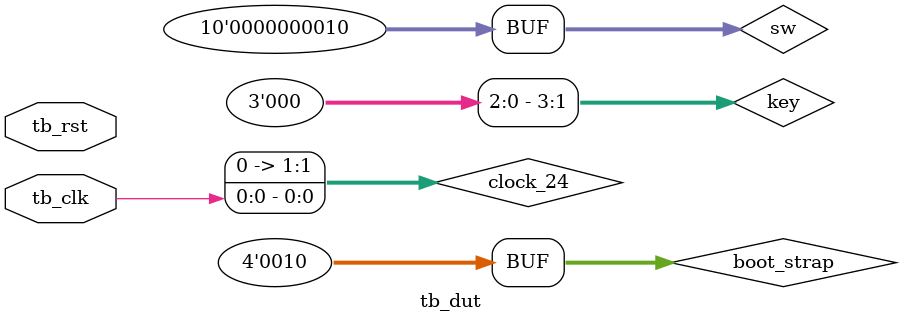
<source format=v>


`include "timescale.v"


module tb_dut(
                input tb_clk,
                input tb_rst
              );
              
  wire [3:0]	boot_strap = 4'b0010;  					
  
  
  // --------------------------------------------------------------------
  // de1 wires 
  wire  [1:0]   clock_24;
  wire  [1:0]   clock_27;
  wire          clock_50;
  wire          ext_clock;
  wire  [3:0]   key;
  wire  [9:0]   sw;
  wire  [6:0]   hex0;
  wire  [6:0]   hex1;
  wire  [6:0]   hex2;
  wire  [6:0]   hex3;
  wire  [7:0]   ledg;
  wire  [9:0]   ledr;
  wire          uart_txd;
  wire          uart_rxd;
  wire  [15:0]  dram_dq;
  wire  [11:0]  dram_addr;
  wire          dram_ldqm;
  wire          dram_udqm;
  wire          dram_we_n;
  wire          dram_cas_n;
  wire          dram_ras_n;
  wire          dram_cs_n;
  wire          dram_ba_0;
  wire          dram_ba_1;
  wire          dram_clk;
  wire          dram_cke;
  wire  [7:0]   fl_dq;
  wire  [21:0]  fl_addr;
  wire          fl_we_n;
  wire          fl_rst_n;
  wire          fl_oe_n;
  wire          fl_ce_n;
  wire  [15:0]  sram_dq;
  wire  [17:0]  sram_addr;
  wire          sram_ub_n;
  wire          sram_lb_n;
  wire          sram_we_n;
  wire          sram_ce_n;
  wire          sram_oe_n;
  wire          sd_dat;
  wire          sd_dat3;
  wire          sd_cmd;
  wire          sd_clk;
  wire          i2c_sdat;
  wire          i2c_sclk;
  wire          ps2_dat;
  wire          ps2_clk;
  wire          tdi;
  wire          tck;
  wire          tcs;
  wire          tdo;
  wire          vga_hs;
  wire          vga_vs;
  wire  [3:0]   vga_r;
  wire  [3:0]   vga_g;
  wire  [3:0]   vga_b;
  wire          aud_adclrck;
  wire          aud_adcdat;
  wire          aud_daclrck;
  wire          aud_dacdat;
  wire          aud_bclk;
  wire          aud_xck;
  wire  [35:0]  gpio_0;
  wire  [35:0]  gpio_1;  
  
  
  // --------------------------------------------------------------------
  // fpga top 
  assign clock_24 = {1'b0, tb_clk};
  assign sw       = {6'b000000, boot_strap};
  assign key      = {3'b000, ~tb_rst};
  					
top
  i_top(
    ////////////////////////  Clock Input     ////////////////////////
    .clock_24( clock_24 ),               //  24 MHz
    .clock_27(clock_27),               //  27 MHz
    .clock_50(clock_50),               //  50 MHz
    .ext_clock(ext_clock),              //  External Clock
    ////////////////////////  Push Button     ////////////////////////
    .key( key ),                    //  Pushbutton[3:0]
    ////////////////////////  DPDT Switch     ////////////////////////
    .sw( sw ),                     //  Toggle Switch[9:0]
    ////////////////////////  7-SEG Dispaly   ////////////////////////
    .hex0(hex0),                   //  Seven Segment Digit 0
    .hex1(hex1),                   //  Seven Segment Digit 1
    .hex2(hex2),                   //  Seven Segment Digit 2
    .hex3(hex3),                   //  Seven Segment Digit 3
    ////////////////////////////  LED     ////////////////////////////
    .ledg(ledg),                   //  LED Green[7:0]
    .ledr(ledr),                   //  LED Red[9:0]
    ////////////////////////////  UART    ////////////////////////////
    .uart_txd(uart_txd),               //  UART Transmitter
    .uart_rxd(uart_rxd),               //  UART Receiver
    ///////////////////////       SDRAM Interface ////////////////////////
    .dram_dq(dram_dq),                //  SDRAM Data bus 16 Bits
    .dram_addr(dram_addr),              //  SDRAM Address bus 12 Bits
    .dram_ldqm(dram_ldqm),              //  SDRAM Low-byte Data Mask 
    .dram_udqm(dram_udqm),              //  SDRAM High-byte Data Mask
    .dram_we_n(dram_we_n),              //  SDRAM Write Enable
    .dram_cas_n(dram_cas_n),             //  SDRAM Column Address Strobe
    .dram_ras_n(dram_ras_n),             //  SDRAM Row Address Strobe
    .dram_cs_n(dram_cs_n),              //  SDRAM Chip Select
    .dram_ba_0(dram_ba_0),              //  SDRAM Bank Address 0
    .dram_ba_1(dram_ba_1),              //  SDRAM Bank Address 0
    .dram_clk(dram_clk),               //  SDRAM Clock
    .dram_cke(dram_cke),               //  SDRAM Clock Enable
    ////////////////////////  Flash Interface ////////////////////////
    .fl_dq(fl_dq),                  //  FLASH Data bus 8 Bits
    .fl_addr(fl_addr),                //  FLASH Address bus 22 Bits
    .fl_we_n(fl_we_n),                //  FLASH Write Enable
    .fl_rst_n(fl_rst_n),               //  FLASH Reset
    .fl_oe_n(fl_oe_n),                //  FLASH Output Enable
    .fl_ce_n(fl_ce_n),                //  FLASH Chip Enable
    ////////////////////////  SRAM Interface  ////////////////////////
    .sram_dq(sram_dq),                //  SRAM Data bus 16 Bits
    .sram_addr(sram_addr),              //  SRAM Address bus 18 Bits
    .sram_ub_n(sram_ub_n),              //  SRAM High-byte Data Mask 
    .sram_lb_n(sram_lb_n),              //  SRAM Low-byte Data Mask 
    .sram_we_n(sram_we_n),              //  SRAM Write Enable
    .sram_ce_n(sram_ce_n),              //  SRAM Chip Enable
    .sram_oe_n(sram_oe_n),              //  SRAM Output Enable
    ////////////////////  SD Card Interface   ////////////////////////
    .sd_dat(sd_dat),                 //  SD Card Data
    .sd_dat3(sd_dat3),                //  SD Card Data 3
    .sd_cmd(sd_cmd),                 //  SD Card Command Signal
    .sd_clk(sd_clk),                 //  SD Card Clock
    ////////////////////////  I2C     ////////////////////////////////
    .i2c_sdat(i2c_sdat),               //  I2C Data
    .i2c_sclk(i2c_sclk),               //  I2C Clock
    ////////////////////////  PS2     ////////////////////////////////
    .ps2_dat(ps2_dat),                //  PS2 Data
    .ps2_clk(ps2_clk),                //  PS2 Clock
    ////////////////////  USB JTAG link   ////////////////////////////
    .tdi(tdi),                    // CPLD -> FPGA (data in)
    .tck(tck),                    // CPLD -> FPGA (clk)
    .tcs(tcs),                    // CPLD -> FPGA (CS)
    .tdo(tdo),                    // FPGA -> CPLD (data out)
    ////////////////////////  VGA         ////////////////////////////
    .vga_hs(vga_hs),                 //  VGA H_SYNC
    .vga_vs(vga_vs),                 //  VGA V_SYNC
    .vga_r(vga_r),                  //  VGA Red[3:0]
    .vga_g(vga_g),                  //  VGA Green[3:0]
    .vga_b(vga_b),                  //  VGA Blue[3:0]
    ////////////////////  Audio CODEC     ////////////////////////////
    .aud_adclrck(aud_adclrck),            //  Audio CODEC ADC LR Clock
    .aud_adcdat(aud_adcdat),             //  Audio CODEC ADC Data
    .aud_daclrck(aud_daclrck),            //  Audio CODEC DAC LR Clock
    .aud_dacdat(aud_dacdat),             //  Audio CODEC DAC Data
    .aud_bclk(aud_bclk),               //  Audio CODEC Bit-Stream Clock
    .aud_xck(aud_xck),                //  Audio CODEC Chip Clock
    ////////////////////////  GPIO    ////////////////////////////////
    .gpio_0(gpio_0),                 //  GPIO Connection 0
    .gpio_1(gpio_1)                  //  GPIO Connection 1
  );

  
  // --------------------------------------------------------------------
  // IS61LV25616
  IS61LV25616 i_IS61LV25616 (
                              .A(sram_addr),
                              .IO(sram_dq),
                              .CE_(sram_ce_n),
                              .OE_(sram_oe_n),
                              .WE_(sram_we_n),
                              .LB_(sram_lb_n),
                              .UB_(sram_ub_n)
                            );
  
                            
  // --------------------------------------------------------------------
  // s29al032d_00
  s29al032d_00 #( .UserPreload(1'b1), .mem_file_name( "../../../sw/load_this_to_ram/boot_rom_2.txt" ) )
  i_s29al032d_00(
                  .A21(fl_addr[21]),
                  .A20(fl_addr[20]),
                  .A19(fl_addr[19]),
                  .A18(fl_addr[18]),
                  .A17(fl_addr[17]),
                  .A16(fl_addr[16]),
                  .A15(fl_addr[15]),
                  .A14(fl_addr[14]),
                  .A13(fl_addr[13]),
                  .A12(fl_addr[12]),
                  .A11(fl_addr[11]),
                  .A10(fl_addr[10]),
                  .A9(fl_addr[9]),
                  .A8(fl_addr[8]),
                  .A7(fl_addr[7]),
                  .A6(fl_addr[6]),
                  .A5(fl_addr[5]),
                  .A4(fl_addr[4]),
                  .A3(fl_addr[3]),
                  .A2(fl_addr[2]),
                  .A1(fl_addr[1]),
                  .A0(fl_addr[0]),

                  .DQ7(fl_dq[7]),
                  .DQ6(fl_dq[6]),
                  .DQ5(fl_dq[5]),
                  .DQ4(fl_dq[4]),
                  .DQ3(fl_dq[3]),
                  .DQ2(fl_dq[2]),
                  .DQ1(fl_dq[1]),
                  .DQ0(fl_dq[0]),

                  .CENeg(fl_ce_n),
                  .OENeg(fl_oe_n),
                  .WENeg(fl_we_n),
                  .RESETNeg(fl_rst_n),
                  .ACC(),
                  .RY()
                );  
endmodule


</source>
